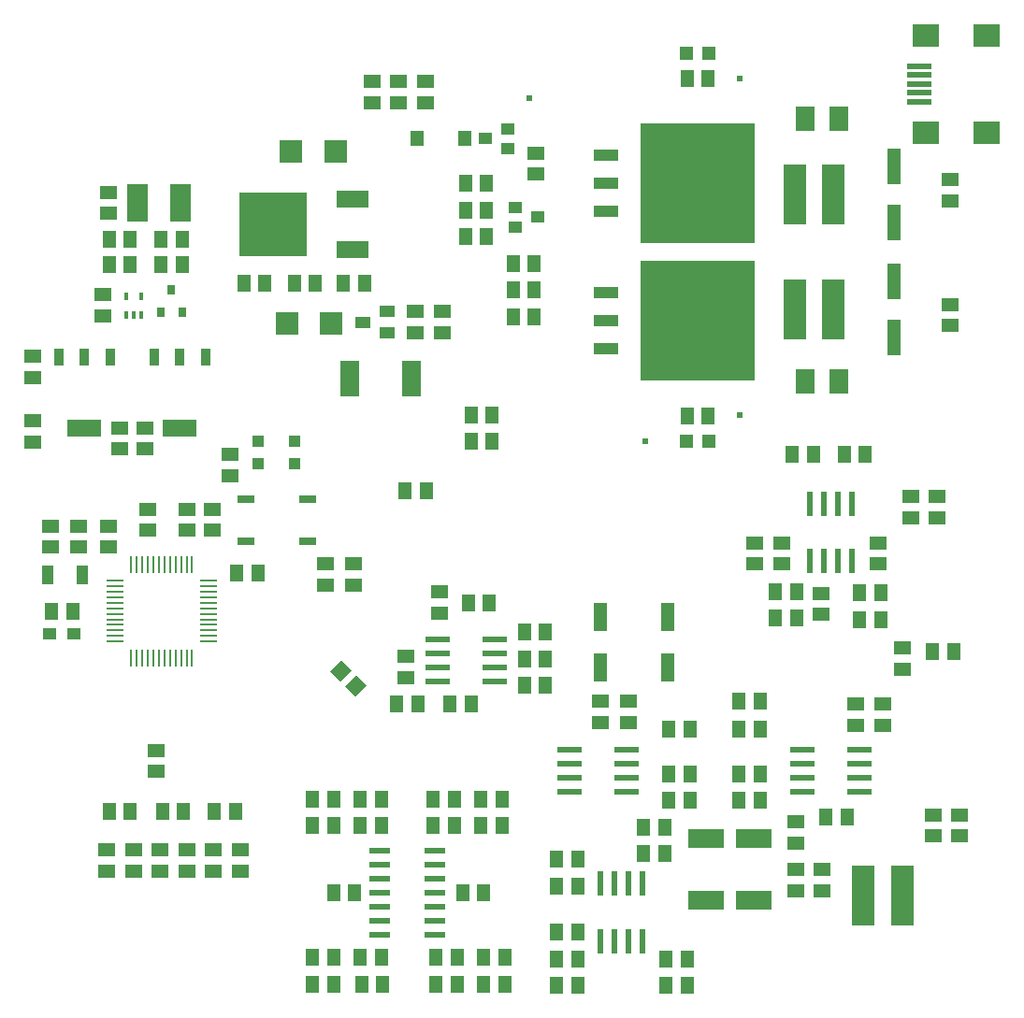
<source format=gtp>
G75*
%MOIN*%
%OFA0B0*%
%FSLAX25Y25*%
%IPPOS*%
%LPD*%
%AMOC8*
5,1,8,0,0,1.08239X$1,22.5*
%
%ADD10R,0.24409X0.22835*%
%ADD11R,0.11811X0.06299*%
%ADD12R,0.07874X0.07874*%
%ADD13R,0.08465X0.21654*%
%ADD14R,0.05512X0.03937*%
%ADD15R,0.05000X0.13000*%
%ADD16R,0.07000X0.09000*%
%ADD17R,0.05000X0.10000*%
%ADD18R,0.02362X0.08661*%
%ADD19R,0.04724X0.04724*%
%ADD20R,0.02000X0.02000*%
%ADD21R,0.07087X0.12598*%
%ADD22R,0.12598X0.07087*%
%ADD23R,0.04500X0.04000*%
%ADD24R,0.05118X0.05906*%
%ADD25R,0.05000X0.05787*%
%ADD26R,0.40984X0.42520*%
%ADD27R,0.08500X0.04200*%
%ADD28R,0.05906X0.05118*%
%ADD29R,0.08661X0.02362*%
%ADD30R,0.06000X0.03000*%
%ADD31R,0.07800X0.02000*%
%ADD32R,0.05906X0.01102*%
%ADD33R,0.01102X0.05906*%
%ADD34R,0.04724X0.03937*%
%ADD35R,0.04331X0.07087*%
%ADD36R,0.07480X0.13386*%
%ADD37R,0.09449X0.07874*%
%ADD38R,0.09087X0.01969*%
%ADD39R,0.03937X0.03937*%
%ADD40R,0.03100X0.03500*%
%ADD41R,0.01575X0.02756*%
%ADD42R,0.03300X0.06300*%
%ADD43R,0.12200X0.06300*%
D10*
X0172474Y0334100D03*
D11*
X0200742Y0325124D03*
X0200742Y0343076D03*
D12*
X0194718Y0360100D03*
X0178970Y0360100D03*
X0177470Y0298600D03*
X0193218Y0298600D03*
D13*
X0358454Y0303600D03*
X0372234Y0303600D03*
X0372234Y0344600D03*
X0358454Y0344600D03*
X0382954Y0094600D03*
X0396734Y0094600D03*
D14*
X0213175Y0295360D03*
X0204513Y0299100D03*
X0213175Y0302840D03*
D15*
X0393844Y0293600D03*
X0393844Y0313600D03*
X0393844Y0334600D03*
X0393844Y0354600D03*
D16*
X0374348Y0371600D03*
X0362340Y0371600D03*
X0362340Y0278100D03*
X0374348Y0278100D03*
D17*
X0313344Y0194100D03*
X0313344Y0176100D03*
X0289344Y0176100D03*
X0289344Y0194100D03*
D18*
X0363844Y0213864D03*
X0368844Y0213864D03*
X0373844Y0213864D03*
X0378844Y0213864D03*
X0378844Y0234336D03*
X0373844Y0234336D03*
X0368844Y0234336D03*
X0363844Y0234336D03*
X0304344Y0098836D03*
X0299344Y0098836D03*
X0294344Y0098836D03*
X0289344Y0098836D03*
X0289344Y0078364D03*
X0294344Y0078364D03*
X0299344Y0078364D03*
X0304344Y0078364D03*
D19*
X0319710Y0256600D03*
X0327978Y0256600D03*
X0327978Y0395100D03*
X0319710Y0395100D03*
D20*
X0338844Y0386100D03*
X0263844Y0379100D03*
X0338844Y0266100D03*
X0305344Y0256600D03*
D21*
X0221868Y0279100D03*
X0199820Y0279100D03*
D22*
X0326844Y0115124D03*
X0343844Y0115124D03*
X0343844Y0093076D03*
X0326844Y0093076D03*
D23*
X0258844Y0333100D03*
X0258844Y0340100D03*
X0266844Y0336600D03*
X0256344Y0361100D03*
X0256344Y0368100D03*
X0248344Y0364600D03*
D24*
X0248584Y0348600D03*
X0241104Y0348600D03*
X0241104Y0339100D03*
X0248584Y0339100D03*
X0248584Y0329600D03*
X0241104Y0329600D03*
X0258104Y0320100D03*
X0265584Y0320100D03*
X0265584Y0310600D03*
X0258104Y0310600D03*
X0258104Y0301100D03*
X0265584Y0301100D03*
X0250584Y0266100D03*
X0243104Y0266100D03*
X0243104Y0256600D03*
X0250584Y0256600D03*
X0227084Y0239100D03*
X0219604Y0239100D03*
X0242104Y0199100D03*
X0249584Y0199100D03*
X0262104Y0188600D03*
X0269584Y0188600D03*
X0269584Y0179100D03*
X0262104Y0179100D03*
X0262104Y0169600D03*
X0269584Y0169600D03*
X0243084Y0163100D03*
X0235604Y0163100D03*
X0224084Y0163100D03*
X0216604Y0163100D03*
G36*
X0202267Y0173352D02*
X0205886Y0169733D01*
X0201711Y0165558D01*
X0198092Y0169177D01*
X0202267Y0173352D01*
G37*
G36*
X0196977Y0178642D02*
X0200596Y0175023D01*
X0196421Y0170848D01*
X0192802Y0174467D01*
X0196977Y0178642D01*
G37*
X0167084Y0209600D03*
X0159604Y0209600D03*
X0101084Y0196100D03*
X0093604Y0196100D03*
X0114104Y0124600D03*
X0121584Y0124600D03*
X0133104Y0124600D03*
X0140584Y0124600D03*
X0151604Y0124600D03*
X0159084Y0124600D03*
X0186604Y0129100D03*
X0194084Y0129100D03*
X0194084Y0119600D03*
X0186604Y0119600D03*
X0203604Y0119600D03*
X0211084Y0119600D03*
X0211084Y0129100D03*
X0203604Y0129100D03*
X0229604Y0129100D03*
X0237084Y0129100D03*
X0237084Y0119600D03*
X0229604Y0119600D03*
X0246604Y0119600D03*
X0254084Y0119600D03*
X0254084Y0129100D03*
X0246604Y0129100D03*
X0273604Y0107600D03*
X0281084Y0107600D03*
X0281084Y0098100D03*
X0273604Y0098100D03*
X0273604Y0081600D03*
X0281084Y0081600D03*
X0281084Y0072100D03*
X0273604Y0072100D03*
X0273604Y0062600D03*
X0281084Y0062600D03*
X0255084Y0063100D03*
X0247604Y0063100D03*
X0247604Y0072600D03*
X0255084Y0072600D03*
X0238084Y0072600D03*
X0230604Y0072600D03*
X0230604Y0063100D03*
X0238084Y0063100D03*
X0211584Y0063100D03*
X0204104Y0063100D03*
X0203604Y0072600D03*
X0211084Y0072600D03*
X0194084Y0072600D03*
X0186604Y0072600D03*
X0186604Y0063100D03*
X0194084Y0063100D03*
X0194104Y0095600D03*
X0201584Y0095600D03*
X0240104Y0095600D03*
X0247584Y0095600D03*
X0304604Y0109600D03*
X0312084Y0109600D03*
X0312084Y0119100D03*
X0304604Y0119100D03*
X0313604Y0128600D03*
X0321084Y0128600D03*
X0321084Y0138100D03*
X0313604Y0138100D03*
X0313604Y0154100D03*
X0321084Y0154100D03*
X0338604Y0154100D03*
X0346084Y0154100D03*
X0346084Y0164100D03*
X0338604Y0164100D03*
X0338604Y0138100D03*
X0346084Y0138100D03*
X0346084Y0128600D03*
X0338604Y0128600D03*
X0369604Y0122600D03*
X0377084Y0122600D03*
X0320084Y0072100D03*
X0312604Y0072100D03*
X0312604Y0062600D03*
X0320084Y0062600D03*
X0407604Y0181600D03*
X0415084Y0181600D03*
X0389084Y0193100D03*
X0381604Y0193100D03*
X0381604Y0202600D03*
X0389084Y0202600D03*
X0359084Y0203100D03*
X0351604Y0203100D03*
X0351604Y0193600D03*
X0359084Y0193600D03*
X0357604Y0252100D03*
X0365084Y0252100D03*
X0376104Y0252100D03*
X0383584Y0252100D03*
X0327584Y0265600D03*
X0320104Y0265600D03*
X0205084Y0313100D03*
X0197604Y0313100D03*
X0187584Y0313100D03*
X0180104Y0313100D03*
X0169584Y0313100D03*
X0162104Y0313100D03*
X0140084Y0319600D03*
X0132604Y0319600D03*
X0132604Y0328600D03*
X0140084Y0328600D03*
X0121584Y0328600D03*
X0114104Y0328600D03*
X0114104Y0319600D03*
X0121584Y0319600D03*
X0320104Y0386100D03*
X0327584Y0386100D03*
D25*
X0240809Y0364600D03*
X0223880Y0364600D03*
D26*
X0323844Y0348600D03*
X0323844Y0299600D03*
D27*
X0291044Y0299600D03*
X0291044Y0289600D03*
X0291044Y0309600D03*
X0291044Y0338600D03*
X0291044Y0348600D03*
X0291044Y0358600D03*
D28*
X0113344Y0103360D03*
X0113344Y0110840D03*
X0122844Y0110840D03*
X0122844Y0103360D03*
X0132344Y0103360D03*
X0141844Y0103360D03*
X0141844Y0110840D03*
X0132344Y0110840D03*
X0151344Y0110840D03*
X0151344Y0103360D03*
X0160844Y0103360D03*
X0160844Y0110840D03*
X0130844Y0138860D03*
X0130844Y0146340D03*
X0191344Y0205360D03*
X0191344Y0212840D03*
X0201344Y0212840D03*
X0201344Y0205360D03*
X0231844Y0202840D03*
X0231844Y0195360D03*
X0219844Y0179840D03*
X0219844Y0172360D03*
X0289344Y0163840D03*
X0289344Y0156360D03*
X0299344Y0156360D03*
X0299344Y0163840D03*
X0344344Y0212860D03*
X0344344Y0220340D03*
X0353844Y0220340D03*
X0353844Y0212860D03*
X0367844Y0202340D03*
X0367844Y0194860D03*
X0388344Y0212860D03*
X0388344Y0220340D03*
X0399844Y0229360D03*
X0399844Y0236840D03*
X0409344Y0236840D03*
X0409344Y0229360D03*
X0396844Y0182840D03*
X0396844Y0175360D03*
X0389844Y0162840D03*
X0389844Y0155360D03*
X0380344Y0155360D03*
X0380344Y0162840D03*
X0358844Y0120840D03*
X0358844Y0113360D03*
X0358844Y0103840D03*
X0358844Y0096360D03*
X0368344Y0096360D03*
X0368344Y0103840D03*
X0407844Y0115860D03*
X0407844Y0123340D03*
X0417344Y0123340D03*
X0417344Y0115860D03*
X0232844Y0295360D03*
X0232844Y0302840D03*
X0223344Y0302840D03*
X0223344Y0295360D03*
X0266344Y0351860D03*
X0266344Y0359340D03*
X0226844Y0377360D03*
X0226844Y0384840D03*
X0217344Y0384840D03*
X0217344Y0377360D03*
X0207844Y0377360D03*
X0207844Y0384840D03*
X0113844Y0345340D03*
X0113844Y0337860D03*
X0111844Y0308840D03*
X0111844Y0301360D03*
X0086844Y0286840D03*
X0086844Y0279360D03*
X0086844Y0263840D03*
X0086844Y0256360D03*
X0093344Y0226340D03*
X0093344Y0218860D03*
X0103344Y0218860D03*
X0103344Y0226340D03*
X0113844Y0226340D03*
X0113844Y0218860D03*
X0127844Y0224860D03*
X0127844Y0232340D03*
X0141844Y0232340D03*
X0141844Y0224860D03*
X0150844Y0224860D03*
X0150844Y0232340D03*
X0157344Y0244360D03*
X0157344Y0251840D03*
X0126844Y0253860D03*
X0126844Y0261340D03*
X0117844Y0261340D03*
X0117844Y0253860D03*
X0413844Y0297860D03*
X0413844Y0305340D03*
X0413844Y0342360D03*
X0413844Y0349840D03*
D29*
X0251580Y0186100D03*
X0251580Y0181100D03*
X0251580Y0176100D03*
X0251580Y0171100D03*
X0231108Y0171100D03*
X0231108Y0176100D03*
X0231108Y0181100D03*
X0231108Y0186100D03*
X0278108Y0146600D03*
X0278108Y0141600D03*
X0278108Y0136600D03*
X0278108Y0131600D03*
X0298580Y0131600D03*
X0298580Y0136600D03*
X0298580Y0141600D03*
X0298580Y0146600D03*
X0361108Y0146600D03*
X0361108Y0141600D03*
X0361108Y0136600D03*
X0361108Y0131600D03*
X0381580Y0131600D03*
X0381580Y0136600D03*
X0381580Y0141600D03*
X0381580Y0146600D03*
D30*
X0184844Y0221100D03*
X0184844Y0236100D03*
X0162844Y0236100D03*
X0162844Y0221100D03*
D31*
X0210644Y0110600D03*
X0210644Y0105600D03*
X0210644Y0100600D03*
X0210644Y0095600D03*
X0210644Y0090600D03*
X0210644Y0085600D03*
X0210644Y0080600D03*
X0230044Y0080600D03*
X0230044Y0085600D03*
X0230044Y0090600D03*
X0230044Y0095600D03*
X0230044Y0100600D03*
X0230044Y0105600D03*
X0230044Y0110600D03*
D32*
X0149576Y0185273D03*
X0149576Y0187242D03*
X0149576Y0189210D03*
X0149576Y0191179D03*
X0149576Y0193147D03*
X0149576Y0195116D03*
X0149576Y0197084D03*
X0149576Y0199053D03*
X0149576Y0201021D03*
X0149576Y0202990D03*
X0149576Y0204958D03*
X0149576Y0206927D03*
X0116112Y0206927D03*
X0116112Y0204958D03*
X0116112Y0202990D03*
X0116112Y0201021D03*
X0116112Y0199053D03*
X0116112Y0197084D03*
X0116112Y0195116D03*
X0116112Y0193147D03*
X0116112Y0191179D03*
X0116112Y0189210D03*
X0116112Y0187242D03*
X0116112Y0185273D03*
D33*
X0122017Y0179368D03*
X0123986Y0179368D03*
X0125954Y0179368D03*
X0127923Y0179368D03*
X0129891Y0179368D03*
X0131860Y0179368D03*
X0133828Y0179368D03*
X0135797Y0179368D03*
X0137765Y0179368D03*
X0139734Y0179368D03*
X0141702Y0179368D03*
X0143671Y0179368D03*
X0143671Y0212832D03*
X0141702Y0212832D03*
X0139734Y0212832D03*
X0137765Y0212832D03*
X0135797Y0212832D03*
X0133828Y0212832D03*
X0131860Y0212832D03*
X0129891Y0212832D03*
X0127923Y0212832D03*
X0125954Y0212832D03*
X0123986Y0212832D03*
X0122017Y0212832D03*
D34*
X0101675Y0188100D03*
X0093013Y0188100D03*
D35*
X0092242Y0209100D03*
X0104446Y0209100D03*
D36*
X0124167Y0341600D03*
X0139521Y0341600D03*
D37*
X0405065Y0366777D03*
X0426718Y0366777D03*
X0426718Y0401423D03*
X0405065Y0401423D03*
D38*
X0402844Y0390399D03*
X0402844Y0387250D03*
X0402844Y0384100D03*
X0402844Y0380950D03*
X0402844Y0377801D03*
D39*
X0180344Y0256537D03*
X0180344Y0248663D03*
X0167344Y0248663D03*
X0167344Y0256537D03*
D40*
X0140044Y0302600D03*
X0132444Y0302600D03*
X0136244Y0310600D03*
D41*
X0125403Y0308446D03*
X0120285Y0308446D03*
X0120285Y0301754D03*
X0122844Y0301754D03*
X0125403Y0301754D03*
D42*
X0130244Y0286700D03*
X0139344Y0286700D03*
X0148444Y0286700D03*
X0114444Y0286700D03*
X0105344Y0286700D03*
X0096244Y0286700D03*
D43*
X0105344Y0261500D03*
X0139344Y0261500D03*
M02*

</source>
